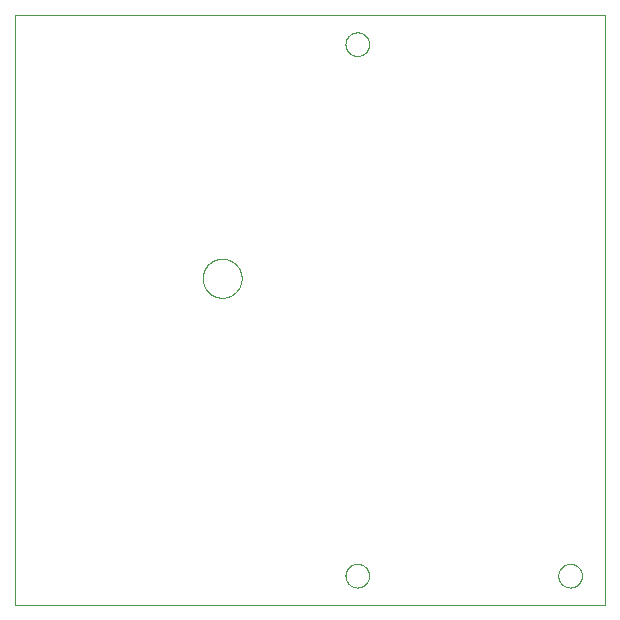
<source format=gtp>
G75*
%MOIN*%
%OFA0B0*%
%FSLAX25Y25*%
%IPPOS*%
%LPD*%
%AMOC8*
5,1,8,0,0,1.08239X$1,22.5*
%
%ADD10C,0.00000*%
D10*
X0004541Y0018008D02*
X0201391Y0018008D01*
X0201391Y0214858D01*
X0004541Y0214858D01*
X0004541Y0018008D01*
X0067167Y0127000D02*
X0067169Y0127161D01*
X0067175Y0127321D01*
X0067185Y0127482D01*
X0067199Y0127642D01*
X0067217Y0127802D01*
X0067238Y0127961D01*
X0067264Y0128120D01*
X0067294Y0128278D01*
X0067327Y0128435D01*
X0067365Y0128592D01*
X0067406Y0128747D01*
X0067451Y0128901D01*
X0067500Y0129054D01*
X0067553Y0129206D01*
X0067609Y0129357D01*
X0067670Y0129506D01*
X0067733Y0129654D01*
X0067801Y0129800D01*
X0067872Y0129944D01*
X0067946Y0130086D01*
X0068024Y0130227D01*
X0068106Y0130365D01*
X0068191Y0130502D01*
X0068279Y0130636D01*
X0068371Y0130768D01*
X0068466Y0130898D01*
X0068564Y0131026D01*
X0068665Y0131151D01*
X0068769Y0131273D01*
X0068876Y0131393D01*
X0068986Y0131510D01*
X0069099Y0131625D01*
X0069215Y0131736D01*
X0069334Y0131845D01*
X0069455Y0131950D01*
X0069579Y0132053D01*
X0069705Y0132153D01*
X0069833Y0132249D01*
X0069964Y0132342D01*
X0070098Y0132432D01*
X0070233Y0132519D01*
X0070371Y0132602D01*
X0070510Y0132682D01*
X0070652Y0132758D01*
X0070795Y0132831D01*
X0070940Y0132900D01*
X0071087Y0132966D01*
X0071235Y0133028D01*
X0071385Y0133086D01*
X0071536Y0133141D01*
X0071689Y0133192D01*
X0071843Y0133239D01*
X0071998Y0133282D01*
X0072154Y0133321D01*
X0072310Y0133357D01*
X0072468Y0133388D01*
X0072626Y0133416D01*
X0072785Y0133440D01*
X0072945Y0133460D01*
X0073105Y0133476D01*
X0073265Y0133488D01*
X0073426Y0133496D01*
X0073587Y0133500D01*
X0073747Y0133500D01*
X0073908Y0133496D01*
X0074069Y0133488D01*
X0074229Y0133476D01*
X0074389Y0133460D01*
X0074549Y0133440D01*
X0074708Y0133416D01*
X0074866Y0133388D01*
X0075024Y0133357D01*
X0075180Y0133321D01*
X0075336Y0133282D01*
X0075491Y0133239D01*
X0075645Y0133192D01*
X0075798Y0133141D01*
X0075949Y0133086D01*
X0076099Y0133028D01*
X0076247Y0132966D01*
X0076394Y0132900D01*
X0076539Y0132831D01*
X0076682Y0132758D01*
X0076824Y0132682D01*
X0076963Y0132602D01*
X0077101Y0132519D01*
X0077236Y0132432D01*
X0077370Y0132342D01*
X0077501Y0132249D01*
X0077629Y0132153D01*
X0077755Y0132053D01*
X0077879Y0131950D01*
X0078000Y0131845D01*
X0078119Y0131736D01*
X0078235Y0131625D01*
X0078348Y0131510D01*
X0078458Y0131393D01*
X0078565Y0131273D01*
X0078669Y0131151D01*
X0078770Y0131026D01*
X0078868Y0130898D01*
X0078963Y0130768D01*
X0079055Y0130636D01*
X0079143Y0130502D01*
X0079228Y0130365D01*
X0079310Y0130227D01*
X0079388Y0130086D01*
X0079462Y0129944D01*
X0079533Y0129800D01*
X0079601Y0129654D01*
X0079664Y0129506D01*
X0079725Y0129357D01*
X0079781Y0129206D01*
X0079834Y0129054D01*
X0079883Y0128901D01*
X0079928Y0128747D01*
X0079969Y0128592D01*
X0080007Y0128435D01*
X0080040Y0128278D01*
X0080070Y0128120D01*
X0080096Y0127961D01*
X0080117Y0127802D01*
X0080135Y0127642D01*
X0080149Y0127482D01*
X0080159Y0127321D01*
X0080165Y0127161D01*
X0080167Y0127000D01*
X0080165Y0126839D01*
X0080159Y0126679D01*
X0080149Y0126518D01*
X0080135Y0126358D01*
X0080117Y0126198D01*
X0080096Y0126039D01*
X0080070Y0125880D01*
X0080040Y0125722D01*
X0080007Y0125565D01*
X0079969Y0125408D01*
X0079928Y0125253D01*
X0079883Y0125099D01*
X0079834Y0124946D01*
X0079781Y0124794D01*
X0079725Y0124643D01*
X0079664Y0124494D01*
X0079601Y0124346D01*
X0079533Y0124200D01*
X0079462Y0124056D01*
X0079388Y0123914D01*
X0079310Y0123773D01*
X0079228Y0123635D01*
X0079143Y0123498D01*
X0079055Y0123364D01*
X0078963Y0123232D01*
X0078868Y0123102D01*
X0078770Y0122974D01*
X0078669Y0122849D01*
X0078565Y0122727D01*
X0078458Y0122607D01*
X0078348Y0122490D01*
X0078235Y0122375D01*
X0078119Y0122264D01*
X0078000Y0122155D01*
X0077879Y0122050D01*
X0077755Y0121947D01*
X0077629Y0121847D01*
X0077501Y0121751D01*
X0077370Y0121658D01*
X0077236Y0121568D01*
X0077101Y0121481D01*
X0076963Y0121398D01*
X0076824Y0121318D01*
X0076682Y0121242D01*
X0076539Y0121169D01*
X0076394Y0121100D01*
X0076247Y0121034D01*
X0076099Y0120972D01*
X0075949Y0120914D01*
X0075798Y0120859D01*
X0075645Y0120808D01*
X0075491Y0120761D01*
X0075336Y0120718D01*
X0075180Y0120679D01*
X0075024Y0120643D01*
X0074866Y0120612D01*
X0074708Y0120584D01*
X0074549Y0120560D01*
X0074389Y0120540D01*
X0074229Y0120524D01*
X0074069Y0120512D01*
X0073908Y0120504D01*
X0073747Y0120500D01*
X0073587Y0120500D01*
X0073426Y0120504D01*
X0073265Y0120512D01*
X0073105Y0120524D01*
X0072945Y0120540D01*
X0072785Y0120560D01*
X0072626Y0120584D01*
X0072468Y0120612D01*
X0072310Y0120643D01*
X0072154Y0120679D01*
X0071998Y0120718D01*
X0071843Y0120761D01*
X0071689Y0120808D01*
X0071536Y0120859D01*
X0071385Y0120914D01*
X0071235Y0120972D01*
X0071087Y0121034D01*
X0070940Y0121100D01*
X0070795Y0121169D01*
X0070652Y0121242D01*
X0070510Y0121318D01*
X0070371Y0121398D01*
X0070233Y0121481D01*
X0070098Y0121568D01*
X0069964Y0121658D01*
X0069833Y0121751D01*
X0069705Y0121847D01*
X0069579Y0121947D01*
X0069455Y0122050D01*
X0069334Y0122155D01*
X0069215Y0122264D01*
X0069099Y0122375D01*
X0068986Y0122490D01*
X0068876Y0122607D01*
X0068769Y0122727D01*
X0068665Y0122849D01*
X0068564Y0122974D01*
X0068466Y0123102D01*
X0068371Y0123232D01*
X0068279Y0123364D01*
X0068191Y0123498D01*
X0068106Y0123635D01*
X0068024Y0123773D01*
X0067946Y0123914D01*
X0067872Y0124056D01*
X0067801Y0124200D01*
X0067733Y0124346D01*
X0067670Y0124494D01*
X0067609Y0124643D01*
X0067553Y0124794D01*
X0067500Y0124946D01*
X0067451Y0125099D01*
X0067406Y0125253D01*
X0067365Y0125408D01*
X0067327Y0125565D01*
X0067294Y0125722D01*
X0067264Y0125880D01*
X0067238Y0126039D01*
X0067217Y0126198D01*
X0067199Y0126358D01*
X0067185Y0126518D01*
X0067175Y0126679D01*
X0067169Y0126839D01*
X0067167Y0127000D01*
X0114777Y0205016D02*
X0114779Y0205141D01*
X0114785Y0205266D01*
X0114795Y0205390D01*
X0114809Y0205514D01*
X0114826Y0205638D01*
X0114848Y0205761D01*
X0114874Y0205883D01*
X0114903Y0206005D01*
X0114936Y0206125D01*
X0114974Y0206244D01*
X0115014Y0206363D01*
X0115059Y0206479D01*
X0115107Y0206594D01*
X0115159Y0206708D01*
X0115215Y0206820D01*
X0115274Y0206930D01*
X0115336Y0207038D01*
X0115402Y0207145D01*
X0115471Y0207249D01*
X0115544Y0207350D01*
X0115619Y0207450D01*
X0115698Y0207547D01*
X0115780Y0207641D01*
X0115865Y0207733D01*
X0115952Y0207822D01*
X0116043Y0207908D01*
X0116136Y0207991D01*
X0116232Y0208072D01*
X0116330Y0208149D01*
X0116430Y0208223D01*
X0116533Y0208294D01*
X0116638Y0208361D01*
X0116746Y0208426D01*
X0116855Y0208486D01*
X0116966Y0208544D01*
X0117079Y0208597D01*
X0117193Y0208647D01*
X0117309Y0208694D01*
X0117426Y0208736D01*
X0117545Y0208775D01*
X0117665Y0208811D01*
X0117786Y0208842D01*
X0117908Y0208870D01*
X0118030Y0208893D01*
X0118154Y0208913D01*
X0118278Y0208929D01*
X0118402Y0208941D01*
X0118527Y0208949D01*
X0118652Y0208953D01*
X0118776Y0208953D01*
X0118901Y0208949D01*
X0119026Y0208941D01*
X0119150Y0208929D01*
X0119274Y0208913D01*
X0119398Y0208893D01*
X0119520Y0208870D01*
X0119642Y0208842D01*
X0119763Y0208811D01*
X0119883Y0208775D01*
X0120002Y0208736D01*
X0120119Y0208694D01*
X0120235Y0208647D01*
X0120349Y0208597D01*
X0120462Y0208544D01*
X0120573Y0208486D01*
X0120683Y0208426D01*
X0120790Y0208361D01*
X0120895Y0208294D01*
X0120998Y0208223D01*
X0121098Y0208149D01*
X0121196Y0208072D01*
X0121292Y0207991D01*
X0121385Y0207908D01*
X0121476Y0207822D01*
X0121563Y0207733D01*
X0121648Y0207641D01*
X0121730Y0207547D01*
X0121809Y0207450D01*
X0121884Y0207350D01*
X0121957Y0207249D01*
X0122026Y0207145D01*
X0122092Y0207038D01*
X0122154Y0206930D01*
X0122213Y0206820D01*
X0122269Y0206708D01*
X0122321Y0206594D01*
X0122369Y0206479D01*
X0122414Y0206363D01*
X0122454Y0206244D01*
X0122492Y0206125D01*
X0122525Y0206005D01*
X0122554Y0205883D01*
X0122580Y0205761D01*
X0122602Y0205638D01*
X0122619Y0205514D01*
X0122633Y0205390D01*
X0122643Y0205266D01*
X0122649Y0205141D01*
X0122651Y0205016D01*
X0122649Y0204891D01*
X0122643Y0204766D01*
X0122633Y0204642D01*
X0122619Y0204518D01*
X0122602Y0204394D01*
X0122580Y0204271D01*
X0122554Y0204149D01*
X0122525Y0204027D01*
X0122492Y0203907D01*
X0122454Y0203788D01*
X0122414Y0203669D01*
X0122369Y0203553D01*
X0122321Y0203438D01*
X0122269Y0203324D01*
X0122213Y0203212D01*
X0122154Y0203102D01*
X0122092Y0202994D01*
X0122026Y0202887D01*
X0121957Y0202783D01*
X0121884Y0202682D01*
X0121809Y0202582D01*
X0121730Y0202485D01*
X0121648Y0202391D01*
X0121563Y0202299D01*
X0121476Y0202210D01*
X0121385Y0202124D01*
X0121292Y0202041D01*
X0121196Y0201960D01*
X0121098Y0201883D01*
X0120998Y0201809D01*
X0120895Y0201738D01*
X0120790Y0201671D01*
X0120682Y0201606D01*
X0120573Y0201546D01*
X0120462Y0201488D01*
X0120349Y0201435D01*
X0120235Y0201385D01*
X0120119Y0201338D01*
X0120002Y0201296D01*
X0119883Y0201257D01*
X0119763Y0201221D01*
X0119642Y0201190D01*
X0119520Y0201162D01*
X0119398Y0201139D01*
X0119274Y0201119D01*
X0119150Y0201103D01*
X0119026Y0201091D01*
X0118901Y0201083D01*
X0118776Y0201079D01*
X0118652Y0201079D01*
X0118527Y0201083D01*
X0118402Y0201091D01*
X0118278Y0201103D01*
X0118154Y0201119D01*
X0118030Y0201139D01*
X0117908Y0201162D01*
X0117786Y0201190D01*
X0117665Y0201221D01*
X0117545Y0201257D01*
X0117426Y0201296D01*
X0117309Y0201338D01*
X0117193Y0201385D01*
X0117079Y0201435D01*
X0116966Y0201488D01*
X0116855Y0201546D01*
X0116745Y0201606D01*
X0116638Y0201671D01*
X0116533Y0201738D01*
X0116430Y0201809D01*
X0116330Y0201883D01*
X0116232Y0201960D01*
X0116136Y0202041D01*
X0116043Y0202124D01*
X0115952Y0202210D01*
X0115865Y0202299D01*
X0115780Y0202391D01*
X0115698Y0202485D01*
X0115619Y0202582D01*
X0115544Y0202682D01*
X0115471Y0202783D01*
X0115402Y0202887D01*
X0115336Y0202994D01*
X0115274Y0203102D01*
X0115215Y0203212D01*
X0115159Y0203324D01*
X0115107Y0203438D01*
X0115059Y0203553D01*
X0115014Y0203669D01*
X0114974Y0203788D01*
X0114936Y0203907D01*
X0114903Y0204027D01*
X0114874Y0204149D01*
X0114848Y0204271D01*
X0114826Y0204394D01*
X0114809Y0204518D01*
X0114795Y0204642D01*
X0114785Y0204766D01*
X0114779Y0204891D01*
X0114777Y0205016D01*
X0114777Y0027850D02*
X0114779Y0027975D01*
X0114785Y0028100D01*
X0114795Y0028224D01*
X0114809Y0028348D01*
X0114826Y0028472D01*
X0114848Y0028595D01*
X0114874Y0028717D01*
X0114903Y0028839D01*
X0114936Y0028959D01*
X0114974Y0029078D01*
X0115014Y0029197D01*
X0115059Y0029313D01*
X0115107Y0029428D01*
X0115159Y0029542D01*
X0115215Y0029654D01*
X0115274Y0029764D01*
X0115336Y0029872D01*
X0115402Y0029979D01*
X0115471Y0030083D01*
X0115544Y0030184D01*
X0115619Y0030284D01*
X0115698Y0030381D01*
X0115780Y0030475D01*
X0115865Y0030567D01*
X0115952Y0030656D01*
X0116043Y0030742D01*
X0116136Y0030825D01*
X0116232Y0030906D01*
X0116330Y0030983D01*
X0116430Y0031057D01*
X0116533Y0031128D01*
X0116638Y0031195D01*
X0116746Y0031260D01*
X0116855Y0031320D01*
X0116966Y0031378D01*
X0117079Y0031431D01*
X0117193Y0031481D01*
X0117309Y0031528D01*
X0117426Y0031570D01*
X0117545Y0031609D01*
X0117665Y0031645D01*
X0117786Y0031676D01*
X0117908Y0031704D01*
X0118030Y0031727D01*
X0118154Y0031747D01*
X0118278Y0031763D01*
X0118402Y0031775D01*
X0118527Y0031783D01*
X0118652Y0031787D01*
X0118776Y0031787D01*
X0118901Y0031783D01*
X0119026Y0031775D01*
X0119150Y0031763D01*
X0119274Y0031747D01*
X0119398Y0031727D01*
X0119520Y0031704D01*
X0119642Y0031676D01*
X0119763Y0031645D01*
X0119883Y0031609D01*
X0120002Y0031570D01*
X0120119Y0031528D01*
X0120235Y0031481D01*
X0120349Y0031431D01*
X0120462Y0031378D01*
X0120573Y0031320D01*
X0120683Y0031260D01*
X0120790Y0031195D01*
X0120895Y0031128D01*
X0120998Y0031057D01*
X0121098Y0030983D01*
X0121196Y0030906D01*
X0121292Y0030825D01*
X0121385Y0030742D01*
X0121476Y0030656D01*
X0121563Y0030567D01*
X0121648Y0030475D01*
X0121730Y0030381D01*
X0121809Y0030284D01*
X0121884Y0030184D01*
X0121957Y0030083D01*
X0122026Y0029979D01*
X0122092Y0029872D01*
X0122154Y0029764D01*
X0122213Y0029654D01*
X0122269Y0029542D01*
X0122321Y0029428D01*
X0122369Y0029313D01*
X0122414Y0029197D01*
X0122454Y0029078D01*
X0122492Y0028959D01*
X0122525Y0028839D01*
X0122554Y0028717D01*
X0122580Y0028595D01*
X0122602Y0028472D01*
X0122619Y0028348D01*
X0122633Y0028224D01*
X0122643Y0028100D01*
X0122649Y0027975D01*
X0122651Y0027850D01*
X0122649Y0027725D01*
X0122643Y0027600D01*
X0122633Y0027476D01*
X0122619Y0027352D01*
X0122602Y0027228D01*
X0122580Y0027105D01*
X0122554Y0026983D01*
X0122525Y0026861D01*
X0122492Y0026741D01*
X0122454Y0026622D01*
X0122414Y0026503D01*
X0122369Y0026387D01*
X0122321Y0026272D01*
X0122269Y0026158D01*
X0122213Y0026046D01*
X0122154Y0025936D01*
X0122092Y0025828D01*
X0122026Y0025721D01*
X0121957Y0025617D01*
X0121884Y0025516D01*
X0121809Y0025416D01*
X0121730Y0025319D01*
X0121648Y0025225D01*
X0121563Y0025133D01*
X0121476Y0025044D01*
X0121385Y0024958D01*
X0121292Y0024875D01*
X0121196Y0024794D01*
X0121098Y0024717D01*
X0120998Y0024643D01*
X0120895Y0024572D01*
X0120790Y0024505D01*
X0120682Y0024440D01*
X0120573Y0024380D01*
X0120462Y0024322D01*
X0120349Y0024269D01*
X0120235Y0024219D01*
X0120119Y0024172D01*
X0120002Y0024130D01*
X0119883Y0024091D01*
X0119763Y0024055D01*
X0119642Y0024024D01*
X0119520Y0023996D01*
X0119398Y0023973D01*
X0119274Y0023953D01*
X0119150Y0023937D01*
X0119026Y0023925D01*
X0118901Y0023917D01*
X0118776Y0023913D01*
X0118652Y0023913D01*
X0118527Y0023917D01*
X0118402Y0023925D01*
X0118278Y0023937D01*
X0118154Y0023953D01*
X0118030Y0023973D01*
X0117908Y0023996D01*
X0117786Y0024024D01*
X0117665Y0024055D01*
X0117545Y0024091D01*
X0117426Y0024130D01*
X0117309Y0024172D01*
X0117193Y0024219D01*
X0117079Y0024269D01*
X0116966Y0024322D01*
X0116855Y0024380D01*
X0116745Y0024440D01*
X0116638Y0024505D01*
X0116533Y0024572D01*
X0116430Y0024643D01*
X0116330Y0024717D01*
X0116232Y0024794D01*
X0116136Y0024875D01*
X0116043Y0024958D01*
X0115952Y0025044D01*
X0115865Y0025133D01*
X0115780Y0025225D01*
X0115698Y0025319D01*
X0115619Y0025416D01*
X0115544Y0025516D01*
X0115471Y0025617D01*
X0115402Y0025721D01*
X0115336Y0025828D01*
X0115274Y0025936D01*
X0115215Y0026046D01*
X0115159Y0026158D01*
X0115107Y0026272D01*
X0115059Y0026387D01*
X0115014Y0026503D01*
X0114974Y0026622D01*
X0114936Y0026741D01*
X0114903Y0026861D01*
X0114874Y0026983D01*
X0114848Y0027105D01*
X0114826Y0027228D01*
X0114809Y0027352D01*
X0114795Y0027476D01*
X0114785Y0027600D01*
X0114779Y0027725D01*
X0114777Y0027850D01*
X0185730Y0027850D02*
X0185732Y0027975D01*
X0185738Y0028100D01*
X0185748Y0028224D01*
X0185762Y0028348D01*
X0185779Y0028472D01*
X0185801Y0028595D01*
X0185827Y0028717D01*
X0185856Y0028839D01*
X0185889Y0028959D01*
X0185927Y0029078D01*
X0185967Y0029197D01*
X0186012Y0029313D01*
X0186060Y0029428D01*
X0186112Y0029542D01*
X0186168Y0029654D01*
X0186227Y0029764D01*
X0186289Y0029872D01*
X0186355Y0029979D01*
X0186424Y0030083D01*
X0186497Y0030184D01*
X0186572Y0030284D01*
X0186651Y0030381D01*
X0186733Y0030475D01*
X0186818Y0030567D01*
X0186905Y0030656D01*
X0186996Y0030742D01*
X0187089Y0030825D01*
X0187185Y0030906D01*
X0187283Y0030983D01*
X0187383Y0031057D01*
X0187486Y0031128D01*
X0187591Y0031195D01*
X0187699Y0031260D01*
X0187808Y0031320D01*
X0187919Y0031378D01*
X0188032Y0031431D01*
X0188146Y0031481D01*
X0188262Y0031528D01*
X0188379Y0031570D01*
X0188498Y0031609D01*
X0188618Y0031645D01*
X0188739Y0031676D01*
X0188861Y0031704D01*
X0188983Y0031727D01*
X0189107Y0031747D01*
X0189231Y0031763D01*
X0189355Y0031775D01*
X0189480Y0031783D01*
X0189605Y0031787D01*
X0189729Y0031787D01*
X0189854Y0031783D01*
X0189979Y0031775D01*
X0190103Y0031763D01*
X0190227Y0031747D01*
X0190351Y0031727D01*
X0190473Y0031704D01*
X0190595Y0031676D01*
X0190716Y0031645D01*
X0190836Y0031609D01*
X0190955Y0031570D01*
X0191072Y0031528D01*
X0191188Y0031481D01*
X0191302Y0031431D01*
X0191415Y0031378D01*
X0191526Y0031320D01*
X0191636Y0031260D01*
X0191743Y0031195D01*
X0191848Y0031128D01*
X0191951Y0031057D01*
X0192051Y0030983D01*
X0192149Y0030906D01*
X0192245Y0030825D01*
X0192338Y0030742D01*
X0192429Y0030656D01*
X0192516Y0030567D01*
X0192601Y0030475D01*
X0192683Y0030381D01*
X0192762Y0030284D01*
X0192837Y0030184D01*
X0192910Y0030083D01*
X0192979Y0029979D01*
X0193045Y0029872D01*
X0193107Y0029764D01*
X0193166Y0029654D01*
X0193222Y0029542D01*
X0193274Y0029428D01*
X0193322Y0029313D01*
X0193367Y0029197D01*
X0193407Y0029078D01*
X0193445Y0028959D01*
X0193478Y0028839D01*
X0193507Y0028717D01*
X0193533Y0028595D01*
X0193555Y0028472D01*
X0193572Y0028348D01*
X0193586Y0028224D01*
X0193596Y0028100D01*
X0193602Y0027975D01*
X0193604Y0027850D01*
X0193602Y0027725D01*
X0193596Y0027600D01*
X0193586Y0027476D01*
X0193572Y0027352D01*
X0193555Y0027228D01*
X0193533Y0027105D01*
X0193507Y0026983D01*
X0193478Y0026861D01*
X0193445Y0026741D01*
X0193407Y0026622D01*
X0193367Y0026503D01*
X0193322Y0026387D01*
X0193274Y0026272D01*
X0193222Y0026158D01*
X0193166Y0026046D01*
X0193107Y0025936D01*
X0193045Y0025828D01*
X0192979Y0025721D01*
X0192910Y0025617D01*
X0192837Y0025516D01*
X0192762Y0025416D01*
X0192683Y0025319D01*
X0192601Y0025225D01*
X0192516Y0025133D01*
X0192429Y0025044D01*
X0192338Y0024958D01*
X0192245Y0024875D01*
X0192149Y0024794D01*
X0192051Y0024717D01*
X0191951Y0024643D01*
X0191848Y0024572D01*
X0191743Y0024505D01*
X0191635Y0024440D01*
X0191526Y0024380D01*
X0191415Y0024322D01*
X0191302Y0024269D01*
X0191188Y0024219D01*
X0191072Y0024172D01*
X0190955Y0024130D01*
X0190836Y0024091D01*
X0190716Y0024055D01*
X0190595Y0024024D01*
X0190473Y0023996D01*
X0190351Y0023973D01*
X0190227Y0023953D01*
X0190103Y0023937D01*
X0189979Y0023925D01*
X0189854Y0023917D01*
X0189729Y0023913D01*
X0189605Y0023913D01*
X0189480Y0023917D01*
X0189355Y0023925D01*
X0189231Y0023937D01*
X0189107Y0023953D01*
X0188983Y0023973D01*
X0188861Y0023996D01*
X0188739Y0024024D01*
X0188618Y0024055D01*
X0188498Y0024091D01*
X0188379Y0024130D01*
X0188262Y0024172D01*
X0188146Y0024219D01*
X0188032Y0024269D01*
X0187919Y0024322D01*
X0187808Y0024380D01*
X0187698Y0024440D01*
X0187591Y0024505D01*
X0187486Y0024572D01*
X0187383Y0024643D01*
X0187283Y0024717D01*
X0187185Y0024794D01*
X0187089Y0024875D01*
X0186996Y0024958D01*
X0186905Y0025044D01*
X0186818Y0025133D01*
X0186733Y0025225D01*
X0186651Y0025319D01*
X0186572Y0025416D01*
X0186497Y0025516D01*
X0186424Y0025617D01*
X0186355Y0025721D01*
X0186289Y0025828D01*
X0186227Y0025936D01*
X0186168Y0026046D01*
X0186112Y0026158D01*
X0186060Y0026272D01*
X0186012Y0026387D01*
X0185967Y0026503D01*
X0185927Y0026622D01*
X0185889Y0026741D01*
X0185856Y0026861D01*
X0185827Y0026983D01*
X0185801Y0027105D01*
X0185779Y0027228D01*
X0185762Y0027352D01*
X0185748Y0027476D01*
X0185738Y0027600D01*
X0185732Y0027725D01*
X0185730Y0027850D01*
M02*

</source>
